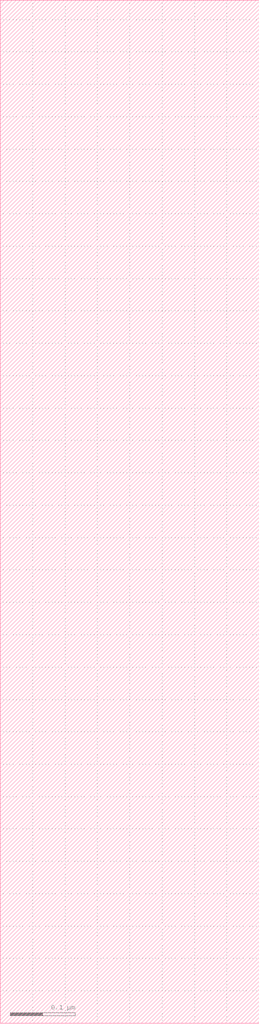
<source format=lef>
# Copyright 2020 The SkyWater PDK Authors
#
# Licensed under the Apache License, Version 2.0 (the "License");
# you may not use this file except in compliance with the License.
# You may obtain a copy of the License at
#
#     https://www.apache.org/licenses/LICENSE-2.0
#
# Unless required by applicable law or agreed to in writing, software
# distributed under the License is distributed on an "AS IS" BASIS,
# WITHOUT WARRANTIES OR CONDITIONS OF ANY KIND, either express or implied.
# See the License for the specific language governing permissions and
# limitations under the License.
#
# SPDX-License-Identifier: Apache-2.0

VERSION 5.7 ;
  NOWIREEXTENSIONATPIN ON ;
  DIVIDERCHAR "/" ;
  BUSBITCHARS "[]" ;
MACRO sky130_fd_bd_sram__sram_dp_cell_ndiff
  CLASS BLOCK ;
  FOREIGN sky130_fd_bd_sram__sram_dp_cell_ndiff ;
  ORIGIN  0.000000  0.000000 ;
  SIZE  0.400000 BY  1.580000 ;
END sky130_fd_bd_sram__sram_dp_cell_ndiff
END LIBRARY

</source>
